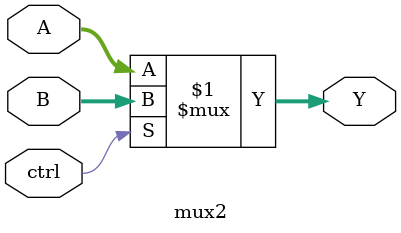
<source format=v>
`timescale 1ns / 1ps


module mux(
    input  [63:0] A,
    input  [63:0] B,
    input  [63:0] C,
    input  [63:0] D,
    input  [63:0] E,
    input  [63:0] F,
    input  [63:0] G,
    input  [63:0] H,
    input  [2:0] ctrl,
    output reg [63:0] Y
    );
    
    always @(*) begin
        case (ctrl)
            3'b000: Y <= A;
            3'b001: Y <= B;
            3'b010: Y <= C;
            3'b011: Y <= D;
            3'b100: Y <= E;
            3'b101: Y <= F;
            3'b110: Y <= G;
            3'b111: Y <= H;
        endcase
    end
endmodule


module mux2(
    input  [63:0] A,
    input  [63:0] B,
    input  ctrl,
    output [63:0] Y
    );
    
    /*always @(*) begin
        case (ctrl)
            3'b110: Y <= A;
            3'b111: Y <= B;
        endcase
    end*/

   assign Y = ctrl ? B : A;
endmodule

</source>
